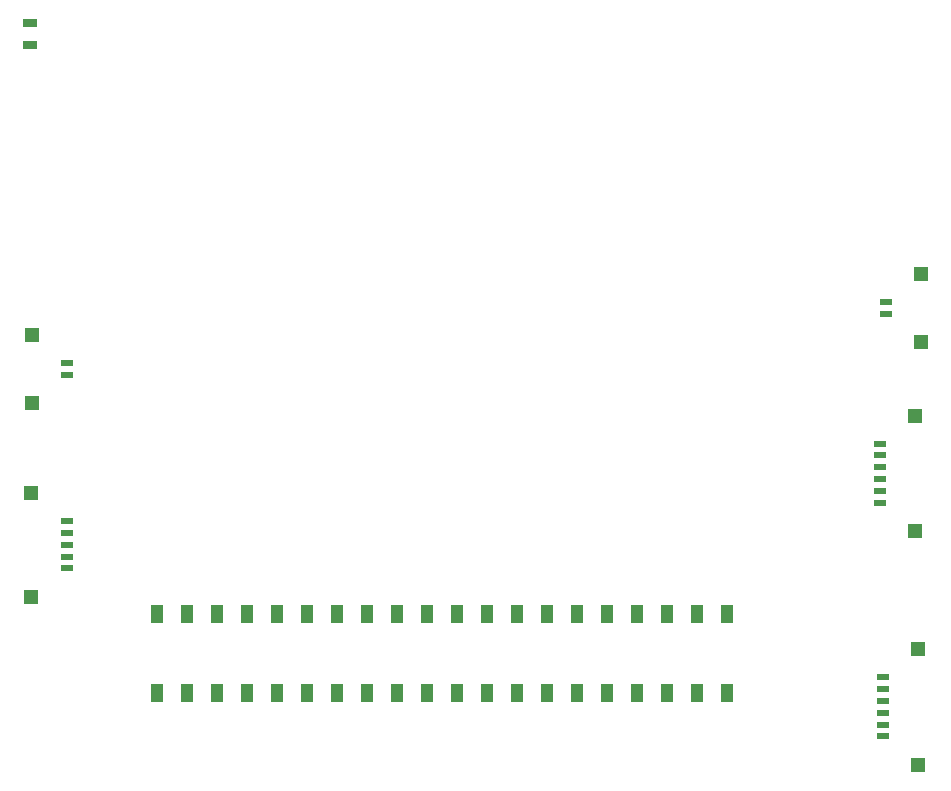
<source format=gbr>
G04 EAGLE Gerber RS-274X export*
G75*
%MOMM*%
%FSLAX34Y34*%
%LPD*%
%INSolderpaste Top*%
%IPPOS*%
%AMOC8*
5,1,8,0,0,1.08239X$1,22.5*%
G01*
%ADD10R,1.200000X0.800000*%
%ADD11R,0.990600X0.558800*%
%ADD12R,1.270000X1.295400*%
%ADD13R,1.020000X1.524000*%
%ADD14R,1.000000X0.550000*%
%ADD15R,1.300000X1.260000*%


D10*
X83890Y858040D03*
X83890Y840040D03*
D11*
X806224Y254200D03*
X806224Y264200D03*
X806224Y274200D03*
X806224Y284200D03*
X806224Y294200D03*
X806224Y304200D03*
D12*
X836124Y327950D03*
X836124Y230450D03*
D13*
X191600Y358140D03*
X217000Y358140D03*
X242400Y358140D03*
X267800Y358140D03*
X293200Y358140D03*
X318600Y358140D03*
X344000Y358140D03*
X369400Y358140D03*
X394800Y358140D03*
X420200Y358140D03*
X445600Y358140D03*
X471000Y358140D03*
X496400Y358140D03*
X521800Y358140D03*
X547200Y358140D03*
X572600Y358140D03*
X598000Y358140D03*
X623400Y358140D03*
X648800Y358140D03*
X674200Y358140D03*
X191600Y291060D03*
X217000Y291060D03*
X242400Y291060D03*
X267800Y291060D03*
X293200Y291060D03*
X318600Y291060D03*
X344000Y291060D03*
X369400Y291060D03*
X394800Y291060D03*
X420200Y291060D03*
X445600Y291060D03*
X471000Y291060D03*
X496400Y291060D03*
X521800Y291060D03*
X547200Y291060D03*
X572600Y291060D03*
X598000Y291060D03*
X623400Y291060D03*
X648800Y291060D03*
X674200Y291060D03*
D14*
X115200Y436400D03*
X115200Y426400D03*
X115200Y416400D03*
X115200Y406400D03*
X115200Y396400D03*
D15*
X85300Y460150D03*
X85300Y372600D03*
D14*
X808700Y611700D03*
X808700Y621700D03*
D15*
X838600Y587950D03*
X838600Y645500D03*
D14*
X115600Y570000D03*
X115600Y560000D03*
D15*
X85700Y593750D03*
X85700Y536200D03*
D11*
X803624Y452100D03*
X803624Y462100D03*
X803624Y472100D03*
X803624Y482100D03*
X803624Y492100D03*
X803624Y502100D03*
D12*
X833524Y525850D03*
X833524Y428350D03*
M02*

</source>
